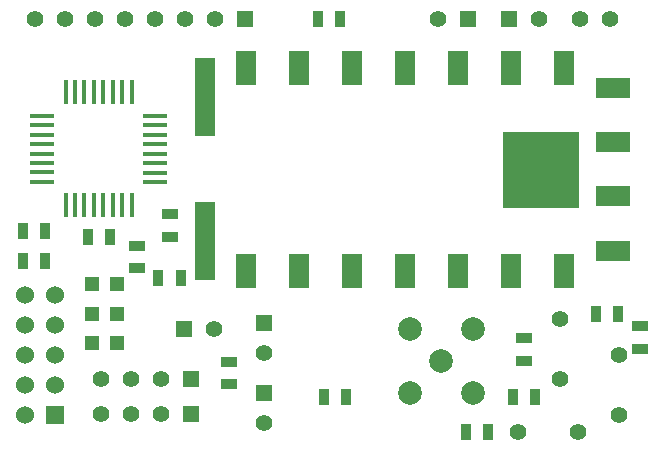
<source format=gts>
G04 (created by PCBNEW (2013-may-18)-stable) date Mon 02 Feb 2015 06:39:45 PM EST*
%MOIN*%
G04 Gerber Fmt 3.4, Leading zero omitted, Abs format*
%FSLAX34Y34*%
G01*
G70*
G90*
G04 APERTURE LIST*
%ADD10C,0.00590551*%
%ADD11C,0.0787*%
%ADD12R,0.0177X0.0787*%
%ADD13R,0.0787X0.0177*%
%ADD14R,0.055X0.035*%
%ADD15R,0.035X0.055*%
%ADD16R,0.055X0.055*%
%ADD17C,0.055*%
%ADD18R,0.06X0.06*%
%ADD19C,0.06*%
%ADD20R,0.0472X0.0472*%
%ADD21R,0.0708661X0.259843*%
%ADD22R,0.0708661X0.11811*%
%ADD23R,0.11811X0.0708661*%
%ADD24R,0.251968X0.251968*%
G04 APERTURE END LIST*
G54D10*
G54D11*
X147637Y-94094D03*
X146574Y-93031D03*
X146574Y-95157D03*
X148700Y-95157D03*
X148700Y-93031D03*
G54D12*
X137313Y-88903D03*
X136998Y-88903D03*
X136683Y-88903D03*
X136368Y-88903D03*
X136053Y-88903D03*
X135738Y-88903D03*
X135423Y-88903D03*
X135108Y-88903D03*
X135110Y-85137D03*
X137320Y-85137D03*
X137000Y-85137D03*
X136680Y-85137D03*
X136370Y-85137D03*
X136050Y-85137D03*
X135740Y-85137D03*
X135420Y-85137D03*
G54D13*
X134320Y-88119D03*
X134320Y-87805D03*
X134320Y-87489D03*
X134320Y-87175D03*
X134320Y-86859D03*
X134320Y-86545D03*
X134320Y-86229D03*
X134320Y-85915D03*
X138100Y-88117D03*
X138100Y-87807D03*
X138100Y-87487D03*
X138100Y-87177D03*
X138100Y-86867D03*
X138100Y-86547D03*
X138100Y-86227D03*
X138100Y-85907D03*
G54D14*
X150393Y-93325D03*
X150393Y-94075D03*
G54D15*
X133680Y-90748D03*
X134430Y-90748D03*
X133680Y-89763D03*
X134430Y-89763D03*
G54D14*
X137480Y-90254D03*
X137480Y-91004D03*
G54D15*
X143719Y-95275D03*
X144469Y-95275D03*
G54D14*
X140551Y-94113D03*
X140551Y-94863D03*
G54D15*
X149193Y-96456D03*
X148443Y-96456D03*
X150768Y-95275D03*
X150018Y-95275D03*
G54D14*
X154251Y-93682D03*
X154251Y-92932D03*
G54D15*
X152774Y-92519D03*
X153524Y-92519D03*
X135845Y-89960D03*
X136595Y-89960D03*
X144272Y-82677D03*
X143522Y-82677D03*
G54D14*
X138582Y-89191D03*
X138582Y-89941D03*
G54D15*
X138207Y-91338D03*
X138957Y-91338D03*
G54D16*
X141098Y-82677D03*
G54D17*
X140098Y-82677D03*
X139098Y-82677D03*
X138098Y-82677D03*
X137098Y-82677D03*
X136098Y-82677D03*
X135098Y-82677D03*
X134098Y-82677D03*
G54D16*
X139295Y-94685D03*
G54D17*
X138295Y-94685D03*
X137295Y-94685D03*
X136295Y-94685D03*
G54D16*
X139295Y-95866D03*
G54D17*
X138295Y-95866D03*
X137295Y-95866D03*
X136295Y-95866D03*
G54D16*
X148531Y-82677D03*
G54D17*
X147531Y-82677D03*
G54D16*
X139066Y-93011D03*
G54D17*
X140066Y-93011D03*
G54D16*
X149893Y-82677D03*
G54D17*
X150893Y-82677D03*
G54D16*
X141732Y-92807D03*
G54D17*
X141732Y-93807D03*
G54D16*
X141732Y-95169D03*
G54D17*
X141732Y-96169D03*
G54D18*
X134751Y-95897D03*
G54D19*
X133751Y-95897D03*
X134751Y-94897D03*
X133751Y-94897D03*
X134751Y-93897D03*
X133751Y-93897D03*
X134751Y-92897D03*
X133751Y-92897D03*
X134751Y-91897D03*
X133751Y-91897D03*
G54D20*
X136830Y-91535D03*
X136004Y-91535D03*
X136830Y-93503D03*
X136004Y-93503D03*
X136830Y-92519D03*
X136004Y-92519D03*
G54D17*
X151574Y-92700D03*
X151574Y-94700D03*
X153543Y-93881D03*
X153543Y-95881D03*
X152181Y-96456D03*
X150181Y-96456D03*
X152255Y-82677D03*
X153255Y-82677D03*
G54D21*
X139763Y-90098D03*
G54D22*
X141122Y-91082D03*
X142874Y-91082D03*
X144645Y-91082D03*
X146417Y-91082D03*
X148188Y-91082D03*
X149960Y-91082D03*
X151732Y-91082D03*
G54D23*
X153346Y-90413D03*
X153346Y-86791D03*
X153346Y-88602D03*
X153346Y-84980D03*
G54D22*
X151732Y-84311D03*
X149960Y-84311D03*
X148188Y-84311D03*
X146417Y-84311D03*
X144645Y-84311D03*
X142874Y-84311D03*
X141122Y-84311D03*
G54D21*
X139763Y-85295D03*
G54D24*
X150944Y-87736D03*
M02*

</source>
